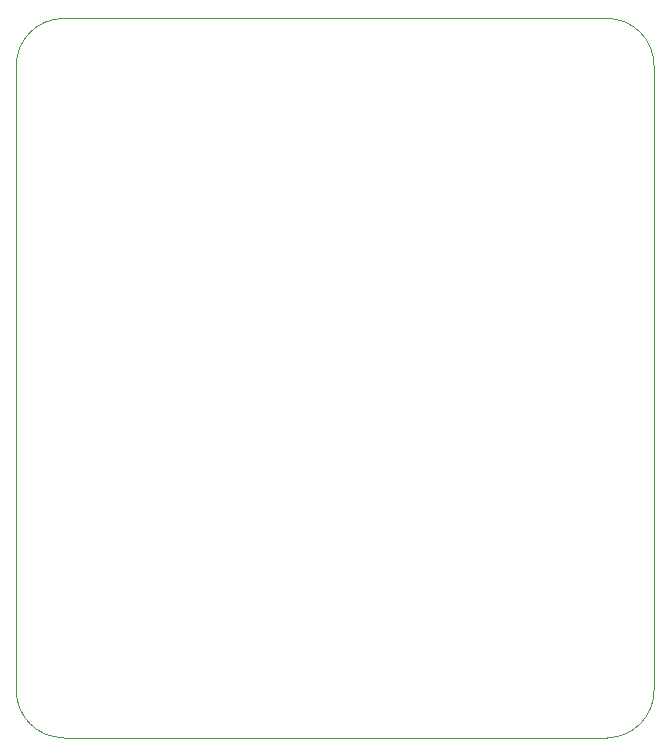
<source format=gbr>
%TF.GenerationSoftware,KiCad,Pcbnew,9.0.4*%
%TF.CreationDate,2025-09-29T13:15:34+05:30*%
%TF.ProjectId,ESP32_Project_1,45535033-325f-4507-926f-6a6563745f31,rev?*%
%TF.SameCoordinates,Original*%
%TF.FileFunction,Profile,NP*%
%FSLAX46Y46*%
G04 Gerber Fmt 4.6, Leading zero omitted, Abs format (unit mm)*
G04 Created by KiCad (PCBNEW 9.0.4) date 2025-09-29 13:15:34*
%MOMM*%
%LPD*%
G01*
G04 APERTURE LIST*
%TA.AperFunction,Profile*%
%ADD10C,0.050000*%
%TD*%
G04 APERTURE END LIST*
D10*
X228000000Y-60000000D02*
G75*
G02*
X232000000Y-64000000I0J-4000000D01*
G01*
X182000000Y-60000000D02*
X228000000Y-60000000D01*
X232000000Y-64000000D02*
X232000000Y-116900000D01*
X232000000Y-116900000D02*
G75*
G02*
X228000000Y-120900000I-4000000J0D01*
G01*
X178000000Y-116900000D02*
X178000000Y-64000000D01*
X178000000Y-64000000D02*
G75*
G02*
X182000000Y-60000000I4000000J0D01*
G01*
X182000000Y-120900000D02*
G75*
G02*
X178000000Y-116900000I0J4000000D01*
G01*
X182000000Y-120900000D02*
X228000000Y-120900000D01*
M02*

</source>
